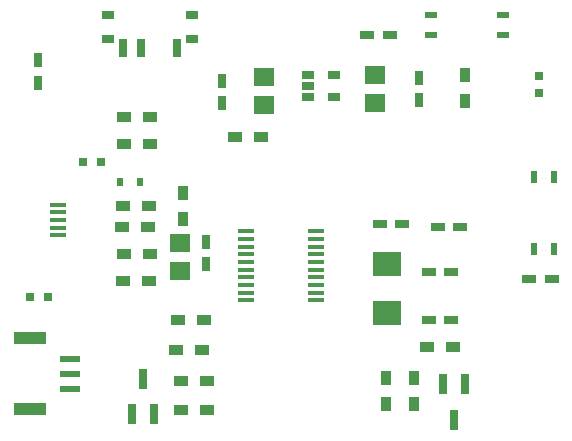
<source format=gbr>
G04 #@! TF.FileFunction,Paste,Top*
%FSLAX46Y46*%
G04 Gerber Fmt 4.6, Leading zero omitted, Abs format (unit mm)*
G04 Created by KiCad (PCBNEW 4.0.4-stable) date 10/24/16 21:05:07*
%MOMM*%
%LPD*%
G01*
G04 APERTURE LIST*
%ADD10C,0.100000*%
%ADD11R,1.800000X0.600000*%
%ADD12R,2.800000X1.000000*%
%ADD13R,1.200000X0.750000*%
%ADD14R,1.800860X1.549400*%
%ADD15R,0.750000X1.200000*%
%ADD16R,0.797560X0.797560*%
%ADD17R,0.600000X0.800000*%
%ADD18R,1.350000X0.400000*%
%ADD19R,0.800100X1.800860*%
%ADD20R,0.900000X1.200000*%
%ADD21R,1.200000X0.900000*%
%ADD22R,1.000000X0.800000*%
%ADD23R,0.700000X1.500000*%
%ADD24R,0.600000X1.000000*%
%ADD25R,1.000000X0.600000*%
%ADD26R,1.060000X0.650000*%
%ADD27R,1.450000X0.450000*%
%ADD28R,2.400000X2.000000*%
G04 APERTURE END LIST*
D10*
D11*
X89051000Y-109621000D03*
X89051000Y-110871000D03*
X89051000Y-112121000D03*
D12*
X85701000Y-113871000D03*
X85701000Y-107871000D03*
D13*
X127955000Y-102870000D03*
X129855000Y-102870000D03*
X114239000Y-82169000D03*
X116139000Y-82169000D03*
D14*
X105537000Y-85725000D03*
X105537000Y-88077040D03*
D15*
X86360000Y-84333000D03*
X86360000Y-86233000D03*
X100584000Y-101600000D03*
X100584000Y-99700000D03*
D13*
X119446000Y-106299000D03*
X121346000Y-106299000D03*
X119446000Y-102235000D03*
X121346000Y-102235000D03*
D14*
X114935000Y-85564980D03*
X114935000Y-87917020D03*
D13*
X115316000Y-98171000D03*
X117216000Y-98171000D03*
D14*
X98425000Y-102141020D03*
X98425000Y-99788980D03*
D13*
X120208000Y-98425000D03*
X122108000Y-98425000D03*
D15*
X118618000Y-85791000D03*
X118618000Y-87691000D03*
X101981000Y-86045000D03*
X101981000Y-87945000D03*
D16*
X128778000Y-87109300D03*
X128778000Y-85610700D03*
X90195400Y-92964000D03*
X91694000Y-92964000D03*
X87223600Y-104394000D03*
X85725000Y-104394000D03*
D17*
X94996000Y-94615000D03*
X93296000Y-94615000D03*
D18*
X88044000Y-96546000D03*
X88044000Y-97196000D03*
X88044000Y-97846000D03*
X88044000Y-98496000D03*
X88044000Y-99146000D03*
D19*
X122550000Y-111760000D03*
X120650000Y-111760000D03*
X121600000Y-114762280D03*
X94300000Y-114300000D03*
X96200000Y-114300000D03*
X95250000Y-111297720D03*
D20*
X122555000Y-87757000D03*
X122555000Y-85557000D03*
D21*
X103040000Y-90805000D03*
X105240000Y-90805000D03*
D20*
X118237000Y-111252000D03*
X118237000Y-113452000D03*
X115824000Y-111211000D03*
X115824000Y-113411000D03*
D21*
X119296000Y-108585000D03*
X121496000Y-108585000D03*
X98214000Y-106299000D03*
X100414000Y-106299000D03*
X98087000Y-108839000D03*
X100287000Y-108839000D03*
X100668000Y-111506000D03*
X98468000Y-111506000D03*
X98511000Y-113919000D03*
X100711000Y-113919000D03*
X93642000Y-89154000D03*
X95842000Y-89154000D03*
X93642000Y-91440000D03*
X95842000Y-91440000D03*
X93642000Y-100711000D03*
X95842000Y-100711000D03*
D20*
X98679000Y-97790000D03*
X98679000Y-95590000D03*
D21*
X93558000Y-96647000D03*
X95758000Y-96647000D03*
X93472000Y-98425000D03*
X95672000Y-98425000D03*
X95799000Y-102997000D03*
X93599000Y-102997000D03*
D22*
X92329000Y-80518000D03*
X92329000Y-82550000D03*
X99441000Y-82550000D03*
D23*
X95123000Y-83312000D03*
X93599000Y-83312000D03*
X98171000Y-83312000D03*
D22*
X99441000Y-80518000D03*
D24*
X130048000Y-100330000D03*
X128397000Y-100330000D03*
X130048000Y-94234000D03*
X128397000Y-94234000D03*
D25*
X125730000Y-80518000D03*
X125730000Y-82169000D03*
X119634000Y-80518000D03*
X119634000Y-82169000D03*
D26*
X109263000Y-85537000D03*
X109263000Y-86487000D03*
X109263000Y-87437000D03*
X111463000Y-87437000D03*
X111463000Y-85537000D03*
D27*
X109884000Y-104652000D03*
X109884000Y-104002000D03*
X109884000Y-103352000D03*
X109884000Y-102702000D03*
X109884000Y-102052000D03*
X109884000Y-101402000D03*
X109884000Y-100752000D03*
X109884000Y-100102000D03*
X109884000Y-99452000D03*
X109884000Y-98802000D03*
X103984000Y-98802000D03*
X103984000Y-99452000D03*
X103984000Y-100102000D03*
X103984000Y-100752000D03*
X103984000Y-101402000D03*
X103984000Y-102052000D03*
X103984000Y-102702000D03*
X103984000Y-103352000D03*
X103984000Y-104002000D03*
X103984000Y-104652000D03*
D28*
X115951000Y-105682000D03*
X115951000Y-101582000D03*
M02*

</source>
